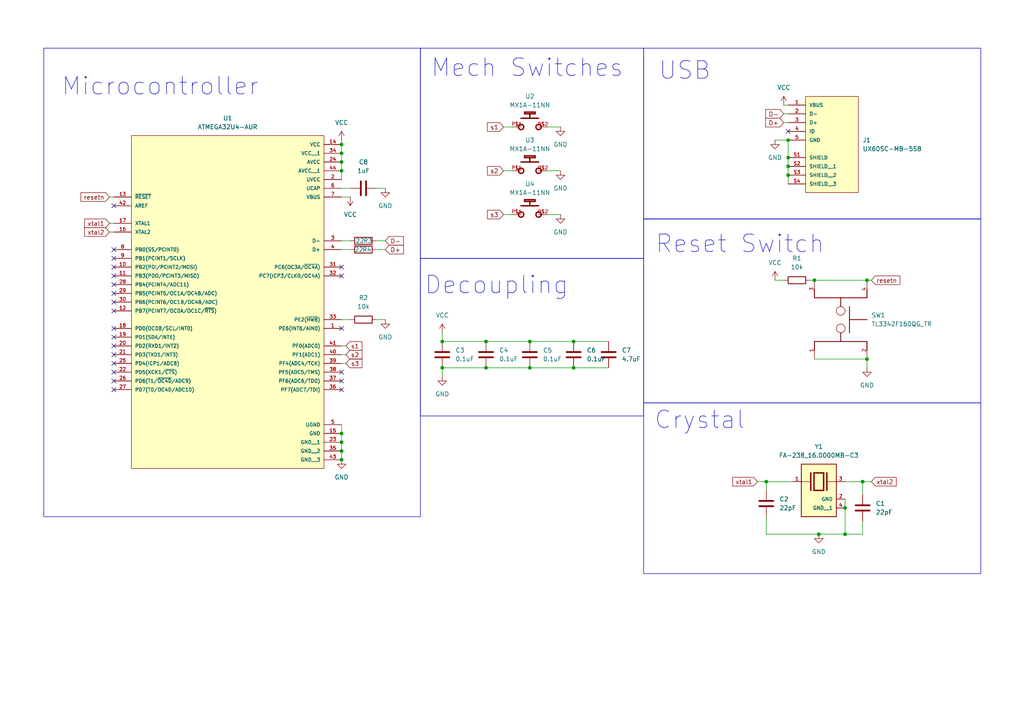
<source format=kicad_sch>
(kicad_sch (version 20231120) (generator "eeschema") (generator_version "8.0")
  (paper "A4")
  (lib_symbols
    (symbol "ATMEGA32U4-AUR:ATMEGA32U4-AUR" (pin_names (offset 1.016))
      (property "Reference" "U" (at -27.94 41.402 0))
      (property "Value" "ATMEGA32U4-AUR" (at -27.94 -58.42 0))
      (symbol "ATMEGA32U4-AUR_0_0"
        (rectangle (start -27.94 -55.88) (end 27.94 40.64) (stroke (width 0.1524)) (fill (type background)))
        (pin bidirectional line (at 33.02 -15.24 180) (length 5.08) (name "PE6(INT6/AIN0)") (number "1"))
        (pin bidirectional line (at -33.02 2.54 0) (length 5.08) (name "PB2(PDI/PCINT2/MOSI)") (number "10"))
        (pin bidirectional line (at -33.02 0 0) (length 5.08) (name "PB3(PDO/PCINT3/MISO)") (number "11"))
        (pin bidirectional line (at -33.02 -10.16 0) (length 5.08) (name "PB7(PCINT7/OC0A/OC1C/~{RTS})") (number "12"))
        (pin input line (at -33.02 22.86 0) (length 5.08) (name "~{RESET}") (number "13"))
        (pin power_in line (at 33.02 38.1 180) (length 5.08) (name "VCC") (number "14"))
        (pin power_in line (at 33.02 -45.72 180) (length 5.08) (name "GND") (number "15"))
        (pin output line (at -33.02 12.7 0) (length 5.08) (name "XTAL2") (number "16"))
        (pin input line (at -33.02 15.24 0) (length 5.08) (name "XTAL1") (number "17"))
        (pin bidirectional line (at -33.02 -15.24 0) (length 5.08) (name "PD0(OC0B/SCL/INT0)") (number "18"))
        (pin bidirectional line (at -33.02 -17.78 0) (length 5.08) (name "PD1(SDA/INT1)") (number "19"))
        (pin power_in line (at 33.02 27.94 180) (length 5.08) (name "UVCC") (number "2"))
        (pin bidirectional line (at -33.02 -20.32 0) (length 5.08) (name "PD2(RXD1/INT2)") (number "20"))
        (pin bidirectional line (at -33.02 -22.86 0) (length 5.08) (name "PD3(TXD1/INT3)") (number "21"))
        (pin bidirectional line (at -33.02 -27.94 0) (length 5.08) (name "PD5(XCK1/~{CTS})") (number "22"))
        (pin power_in line (at 33.02 -48.26 180) (length 5.08) (name "GND__1") (number "23"))
        (pin power_in line (at 33.02 33.02 180) (length 5.08) (name "AVCC") (number "24"))
        (pin bidirectional line (at -33.02 -25.4 0) (length 5.08) (name "PD4(ICP1/ADC8)") (number "25"))
        (pin bidirectional line (at -33.02 -30.48 0) (length 5.08) (name "PD6(T1/~{OC4D}/ADC9)") (number "26"))
        (pin bidirectional line (at -33.02 -33.02 0) (length 5.08) (name "PD7(T0/OC4D/ADC10)") (number "27"))
        (pin bidirectional line (at -33.02 -2.54 0) (length 5.08) (name "PB4(PCINT4/ADC11)") (number "28"))
        (pin bidirectional line (at -33.02 -5.08 0) (length 5.08) (name "PB5(PCINT5/OC1A/OC4B/ADC)") (number "29"))
        (pin bidirectional line (at 33.02 10.16 180) (length 5.08) (name "D-") (number "3"))
        (pin bidirectional line (at -33.02 -7.62 0) (length 5.08) (name "PB6(PCINT6/OC1B/OC4B/ADC)") (number "30"))
        (pin bidirectional line (at 33.02 2.54 180) (length 5.08) (name "PC6(OC3A/~{OC4A})") (number "31"))
        (pin bidirectional line (at 33.02 0 180) (length 5.08) (name "PC7(ICP3/CLK0/OC4A)") (number "32"))
        (pin bidirectional line (at 33.02 -12.7 180) (length 5.08) (name "PE2(~{HWB})") (number "33"))
        (pin power_in line (at 33.02 35.56 180) (length 5.08) (name "VCC__1") (number "34"))
        (pin power_in line (at 33.02 -50.8 180) (length 5.08) (name "GND__2") (number "35"))
        (pin bidirectional line (at 33.02 -33.02 180) (length 5.08) (name "PF7(ADC7/TDI)") (number "36"))
        (pin bidirectional line (at 33.02 -30.48 180) (length 5.08) (name "PF6(ADC6/TDO)") (number "37"))
        (pin bidirectional line (at 33.02 -27.94 180) (length 5.08) (name "PF5(ADC5/TMS)") (number "38"))
        (pin bidirectional line (at 33.02 -25.4 180) (length 5.08) (name "PF4(ADC4/TCK)") (number "39"))
        (pin bidirectional line (at 33.02 7.62 180) (length 5.08) (name "D+") (number "4"))
        (pin bidirectional line (at 33.02 -22.86 180) (length 5.08) (name "PF1(ADC1)") (number "40"))
        (pin bidirectional line (at 33.02 -20.32 180) (length 5.08) (name "PF0(ADC0)") (number "41"))
        (pin input line (at -33.02 20.32 0) (length 5.08) (name "AREF") (number "42"))
        (pin power_in line (at 33.02 -53.34 180) (length 5.08) (name "GND__3") (number "43"))
        (pin power_in line (at 33.02 30.48 180) (length 5.08) (name "AVCC__1") (number "44"))
        (pin power_in line (at 33.02 -43.18 180) (length 5.08) (name "UGND") (number "5"))
        (pin power_in line (at 33.02 25.4 180) (length 5.08) (name "UCAP") (number "6"))
        (pin power_in line (at 33.02 22.86 180) (length 5.08) (name "VBUS") (number "7"))
        (pin bidirectional line (at -33.02 7.62 0) (length 5.08) (name "PB0(SS/PCINT0)") (number "8"))
        (pin bidirectional line (at -33.02 5.08 0) (length 5.08) (name "PB1(PCINT1/SCLK)") (number "9"))
      )
    )
    (symbol "Device:C" (pin_numbers hide) (pin_names (offset 0.254))
      (property "Reference" "C" (at 0.635 2.54 0))
      (property "Value" "C" (at 0.635 -2.54 0))
      (symbol "C_0_1"
        (polyline (pts (xy -2.032 -0.762) (xy 2.032 -0.762)) (stroke (width 0.508)))
        (polyline (pts (xy -2.032 0.762) (xy 2.032 0.762)) (stroke (width 0.508)))
      )
      (symbol "C_1_1"
        (pin passive line (at 0 3.81 270) (length 2.794) (name "~") (number "1"))
        (pin passive line (at 0 -3.81 90) (length 2.794) (name "~") (number "2"))
      )
    )
    (symbol "Device:R" (pin_numbers hide) (pin_names (offset 0))
      (property "Reference" "R" (at 2.032 0 90))
      (property "Value" "R" (at 0 0 90))
      (symbol "R_0_1"
        (rectangle (start -1.016 -2.54) (end 1.016 2.54) (stroke (width 0.254)))
      )
      (symbol "R_1_1"
        (pin passive line (at 0 3.81 270) (length 1.27) (name "~") (number "1"))
        (pin passive line (at 0 -3.81 90) (length 1.27) (name "~") (number "2"))
      )
    )
    (symbol "FA-238_16.0000MB-C3:FA-238_16.0000MB-C3" (pin_names (offset 1.016))
      (property "Reference" "Y" (at -5.0878 6.3559 0))
      (property "Value" "FA-238_16.0000MB-C3" (at -5.0944 -12.7 0))
      (symbol "FA-238_16.0000MB-C3_0_0"
        (rectangle (start -5.08 -10.16) (end 5.08 5.08) (stroke (width 0.254)) (fill (type background)))
        (polyline (pts (xy -5.08 0) (xy -2.54 0)) (stroke (width 0.1524)))
        (polyline (pts (xy -2.3368 2.54) (xy -2.3368 -2.54)) (stroke (width 0.4064)))
        (polyline (pts (xy -1.397 2.54) (xy -1.397 -2.54)) (stroke (width 0.4064)))
        (polyline (pts (xy -1.397 2.54) (xy 1.397 2.54)) (stroke (width 0.4064)))
        (polyline (pts (xy 1.397 -2.54) (xy -1.397 -2.54)) (stroke (width 0.4064)))
        (polyline (pts (xy 1.397 2.54) (xy 1.397 -2.54)) (stroke (width 0.4064)))
        (polyline (pts (xy 2.3368 2.54) (xy 2.3368 -2.54)) (stroke (width 0.4064)))
        (polyline (pts (xy 2.54 0) (xy 5.08 0)) (stroke (width 0.1524)))
        (pin passive line (at -7.62 0 0) (length 2.54) (name "~") (number "1"))
        (pin power_in line (at 7.62 -5.08 180) (length 2.54) (name "GND") (number "2"))
        (pin passive line (at 7.62 0 180) (length 2.54) (name "~") (number "3"))
        (pin power_in line (at 7.62 -7.62 180) (length 2.54) (name "GND__1") (number "4"))
      )
    )
    (symbol "MX1A-11NN:MX1A-11NN" (pin_names (offset 1.016))
      (property "Reference" "U" (at -4.445 -3.81 0))
      (property "Value" "MX1A-11NN" (at 0 0 0))
      (symbol "MX1A-11NN_0_0"
        (circle (center -2.54 0) (radius 0.762) (stroke (width 0.4064)))
        (polyline (pts (xy -2.54 2.54) (xy 0 2.54)) (stroke (width 0.4064)))
        (polyline (pts (xy -1.524 3.81) (xy -1.524 4.318)) (stroke (width 0.4064)))
        (polyline (pts (xy -1.524 4.318) (xy 1.524 4.318)) (stroke (width 0.4064)))
        (polyline (pts (xy 0 2.54) (xy 0 3.81)) (stroke (width 0.4064)))
        (polyline (pts (xy 0 3.81) (xy -1.524 3.81)) (stroke (width 0.4064)))
        (polyline (pts (xy 1.524 3.81) (xy 0.254 3.81)) (stroke (width 0.4064)))
        (polyline (pts (xy 1.524 4.318) (xy 1.524 3.81)) (stroke (width 0.4064)))
        (polyline (pts (xy 2.54 2.54) (xy 0 2.54)) (stroke (width 0.4064)))
        (circle (center 2.54 0) (radius 0.762) (stroke (width 0.4064)))
        (pin passive line (at -5.08 0 0) (length 2.54) (name "~") (number "P$1"))
        (pin passive line (at 5.08 0 180) (length 2.54) (name "~") (number "P$2"))
      )
    )
    (symbol "TL3342F160QG_TR:TL3342F160QG_TR" (pin_names (offset 1.016))
      (property "Reference" "SW" (at -12.7292 16.5481 0))
      (property "Value" "TL3342F160QG_TR" (at -12.7326 -17.8256 0))
      (symbol "TL3342F160QG_TR_0_0"
        (circle (center 0 -2.54) (radius 1.27))
        (polyline (pts (xy -7.62 -6.35) (xy -7.62 -8.89)) (stroke (width 0.254)))
        (polyline (pts (xy -7.62 6.35) (xy -7.62 8.89)) (stroke (width 0.254)))
        (polyline (pts (xy 0 -6.35) (xy -7.62 -6.35)) (stroke (width 0.254)))
        (polyline (pts (xy 0 -6.35) (xy 7.62 -6.35)) (stroke (width 0.254)))
        (polyline (pts (xy 0 -3.81) (xy 0 -6.35)) (stroke (width 0.254)))
        (polyline (pts (xy 0 6.35) (xy -7.62 6.35)) (stroke (width 0.254)))
        (polyline (pts (xy 0 6.35) (xy 0 3.81)) (stroke (width 0.254)))
        (polyline (pts (xy 0 6.35) (xy 7.62 6.35)) (stroke (width 0.254)))
        (polyline (pts (xy 2.54 0) (xy 2.54 -3.81)) (stroke (width 0.254)))
        (polyline (pts (xy 2.54 0) (xy 7.62 0)) (stroke (width 0.254)))
        (polyline (pts (xy 2.54 3.81) (xy 2.54 0)) (stroke (width 0.254)))
        (polyline (pts (xy 7.62 -6.35) (xy 7.62 -8.89)) (stroke (width 0.254)))
        (polyline (pts (xy 7.62 6.35) (xy 7.62 8.89)) (stroke (width 0.254)))
        (circle (center 0 2.54) (radius 1.27))
        (pin passive line (at -7.62 -11.43 90) (length 5.08) (name "~") (number "1"))
        (pin passive line (at 7.62 -11.43 90) (length 5.08) (name "~") (number "2"))
        (pin passive line (at -7.62 11.43 270) (length 5.08) (name "~") (number "3"))
        (pin passive line (at 7.62 11.43 270) (length 5.08) (name "~") (number "4"))
      )
    )
    (symbol "UX60SC-MB-5S8:UX60SC-MB-5S8" (pin_names (offset 1.016))
      (property "Reference" "J" (at -7.62 12.7 0))
      (property "Value" "UX60SC-MB-5S8" (at -7.62 -22.86 0))
      (symbol "UX60SC-MB-5S8_0_0"
        (rectangle (start -7.62 -17.78) (end 7.62 10.16) (stroke (width 0.1524)) (fill (type background)))
        (pin power_in line (at -12.7 7.62 0) (length 5.08) (name "VBUS") (number "1"))
        (pin bidirectional line (at -12.7 5.08 0) (length 5.08) (name "D-") (number "2"))
        (pin bidirectional line (at -12.7 2.54 0) (length 5.08) (name "D+") (number "3"))
        (pin bidirectional line (at -12.7 0 0) (length 5.08) (name "ID") (number "4"))
        (pin power_in line (at -12.7 -2.54 0) (length 5.08) (name "GND") (number "5"))
        (pin power_in line (at -12.7 -7.62 0) (length 5.08) (name "SHIELD") (number "S1"))
        (pin power_in line (at -12.7 -10.16 0) (length 5.08) (name "SHIELD__1") (number "S2"))
        (pin power_in line (at -12.7 -12.7 0) (length 5.08) (name "SHIELD__2") (number "S3"))
        (pin power_in line (at -12.7 -15.24 0) (length 5.08) (name "SHIELD__3") (number "S4"))
      )
    )
    (symbol "power:GND" (power) (pin_numbers hide) (pin_names (offset 0) hide)
      (property "Value" "GND" (at 0 -3.81 0))
      (symbol "GND_0_1"
        (polyline (pts (xy 0 0) (xy 0 -1.27) (xy 1.27 -1.27) (xy 0 -2.54) (xy -1.27 -1.27) (xy 0 -1.27)))
      )
      (symbol "GND_1_1"
        (pin power_in line (at 0 0 270) (length 0) (name "~") (number "1"))
      )
    )
    (symbol "power:VCC" (power) (pin_numbers hide) (pin_names (offset 0) hide)
      (property "Value" "VCC" (at 0 3.556 0))
      (symbol "VCC_0_1"
        (polyline (pts (xy -0.762 1.27) (xy 0 2.54)))
        (polyline (pts (xy 0 0) (xy 0 2.54)))
        (polyline (pts (xy 0 2.54) (xy 0.762 1.27)))
      )
      (symbol "VCC_1_1"
        (pin power_in line (at 0 0 90) (length 0) (name "~") (number "1"))
      )
    )
  )
  (junction (at 140.97 99.06))
  (junction (at 251.46 104.14))
  (junction (at 128.27 106.68))
  (junction (at 251.46 81.28))
  (junction (at 99.06 49.53))
  (junction (at 228.6 45.72))
  (junction (at 153.67 106.68))
  (junction (at 99.06 41.91))
  (junction (at 237.49 154.94))
  (junction (at 166.37 99.06))
  (junction (at 250.19 139.7))
  (junction (at 228.6 50.8))
  (junction (at 153.67 99.06))
  (junction (at 222.25 139.7))
  (junction (at 236.22 81.28))
  (junction (at 228.6 48.26))
  (junction (at 228.6 40.64))
  (junction (at 99.06 133.35))
  (junction (at 99.06 125.73))
  (junction (at 99.06 128.27))
  (junction (at 128.27 99.06))
  (junction (at 99.06 46.99))
  (junction (at 245.11 147.32))
  (junction (at 166.37 106.68))
  (junction (at 245.11 154.94))
  (junction (at 99.06 44.45))
  (junction (at 140.97 106.68))
  (junction (at 99.06 130.81))
  (no_connect (at 33.02 102.87))
  (no_connect (at 33.02 77.47))
  (no_connect (at 33.02 97.79))
  (no_connect (at 33.02 85.09))
  (no_connect (at 99.06 80.01))
  (no_connect (at 33.02 113.03))
  (no_connect (at 33.02 74.93))
  (no_connect (at 33.02 110.49))
  (no_connect (at 99.06 77.47))
  (no_connect (at 33.02 72.39))
  (no_connect (at 33.02 107.95))
  (no_connect (at 33.02 82.55))
  (no_connect (at 33.02 59.69))
  (no_connect (at 33.02 105.41))
  (no_connect (at 99.06 95.25))
  (no_connect (at 33.02 100.33))
  (no_connect (at 99.06 113.03))
  (no_connect (at 99.06 107.95))
  (no_connect (at 33.02 95.25))
  (no_connect (at 33.02 80.01))
  (no_connect (at 33.02 87.63))
  (no_connect (at 228.6 38.1))
  (no_connect (at 99.06 110.49))
  (no_connect (at 33.02 90.17))
  (wire (pts (xy 99.06 54.61) (xy 101.6 54.61)))
  (wire (pts (xy 99.06 41.91) (xy 99.06 44.45)))
  (wire (pts (xy 31.75 67.31) (xy 33.02 67.31)))
  (wire (pts (xy 109.22 54.61) (xy 111.76 54.61)))
  (wire (pts (xy 222.25 139.7) (xy 229.87 139.7)))
  (wire (pts (xy 224.79 40.64) (xy 228.6 40.64)))
  (wire (pts (xy 99.06 72.39) (xy 101.6 72.39)))
  (wire (pts (xy 236.22 104.14) (xy 251.46 104.14)))
  (wire (pts (xy 99.06 125.73) (xy 99.06 128.27)))
  (wire (pts (xy 250.19 154.94) (xy 245.11 154.94)))
  (wire (pts (xy 140.97 106.68) (xy 153.67 106.68)))
  (wire (pts (xy 158.75 36.83) (xy 162.56 36.83)))
  (wire (pts (xy 99.06 57.15) (xy 101.6 57.15)))
  (wire (pts (xy 99.06 100.33) (xy 100.33 100.33)))
  (wire (pts (xy 250.19 151.13) (xy 250.19 154.94)))
  (wire (pts (xy 228.6 50.8) (xy 228.6 53.34)))
  (wire (pts (xy 99.06 130.81) (xy 99.06 133.35)))
  (wire (pts (xy 31.75 64.77) (xy 33.02 64.77)))
  (wire (pts (xy 222.25 154.94) (xy 237.49 154.94)))
  (wire (pts (xy 146.05 49.53) (xy 148.59 49.53)))
  (wire (pts (xy 99.06 128.27) (xy 99.06 130.81)))
  (wire (pts (xy 227.33 30.48) (xy 228.6 30.48)))
  (wire (pts (xy 228.6 48.26) (xy 228.6 50.8)))
  (wire (pts (xy 99.06 46.99) (xy 99.06 49.53)))
  (wire (pts (xy 140.97 99.06) (xy 153.67 99.06)))
  (wire (pts (xy 128.27 106.68) (xy 140.97 106.68)))
  (wire (pts (xy 99.06 92.71) (xy 101.6 92.71)))
  (wire (pts (xy 251.46 104.14) (xy 251.46 106.68)))
  (wire (pts (xy 128.27 106.68) (xy 128.27 109.22)))
  (wire (pts (xy 153.67 99.06) (xy 166.37 99.06)))
  (wire (pts (xy 153.67 106.68) (xy 166.37 106.68)))
  (wire (pts (xy 146.05 62.23) (xy 148.59 62.23)))
  (wire (pts (xy 99.06 123.19) (xy 99.06 125.73)))
  (wire (pts (xy 109.22 69.85) (xy 111.76 69.85)))
  (wire (pts (xy 222.25 139.7) (xy 222.25 142.24)))
  (wire (pts (xy 109.22 92.71) (xy 111.76 92.71)))
  (wire (pts (xy 158.75 62.23) (xy 162.56 62.23)))
  (wire (pts (xy 245.11 154.94) (xy 245.11 147.32)))
  (wire (pts (xy 128.27 99.06) (xy 140.97 99.06)))
  (wire (pts (xy 228.6 45.72) (xy 228.6 48.26)))
  (wire (pts (xy 99.06 69.85) (xy 101.6 69.85)))
  (wire (pts (xy 228.6 40.64) (xy 228.6 45.72)))
  (wire (pts (xy 234.95 81.28) (xy 236.22 81.28)))
  (wire (pts (xy 99.06 44.45) (xy 99.06 46.99)))
  (wire (pts (xy 99.06 49.53) (xy 99.06 52.07)))
  (wire (pts (xy 219.71 139.7) (xy 222.25 139.7)))
  (wire (pts (xy 166.37 106.68) (xy 176.53 106.68)))
  (wire (pts (xy 250.19 139.7) (xy 252.73 139.7)))
  (wire (pts (xy 109.22 72.39) (xy 111.76 72.39)))
  (wire (pts (xy 227.33 35.56) (xy 228.6 35.56)))
  (wire (pts (xy 166.37 99.06) (xy 176.53 99.06)))
  (wire (pts (xy 99.06 105.41) (xy 100.33 105.41)))
  (wire (pts (xy 158.75 49.53) (xy 162.56 49.53)))
  (wire (pts (xy 31.75 57.15) (xy 33.02 57.15)))
  (wire (pts (xy 146.05 36.83) (xy 148.59 36.83)))
  (wire (pts (xy 251.46 81.28) (xy 252.73 81.28)))
  (wire (pts (xy 250.19 139.7) (xy 250.19 143.51)))
  (wire (pts (xy 245.11 144.78) (xy 245.11 147.32)))
  (wire (pts (xy 236.22 81.28) (xy 251.46 81.28)))
  (wire (pts (xy 245.11 139.7) (xy 250.19 139.7)))
  (wire (pts (xy 237.49 154.94) (xy 245.11 154.94)))
  (wire (pts (xy 224.79 81.28) (xy 227.33 81.28)))
  (wire (pts (xy 99.06 40.64) (xy 99.06 41.91)))
  (wire (pts (xy 227.33 33.02) (xy 228.6 33.02)))
  (wire (pts (xy 128.27 96.52) (xy 128.27 99.06)))
  (wire (pts (xy 99.06 102.87) (xy 100.33 102.87)))
  (wire (pts (xy 222.25 149.86) (xy 222.25 154.94)))
  (rectangle (start 121.92 74.93) (end 186.69 120.65))
  (rectangle (start 121.92 13.97) (end 186.69 74.93))
  (rectangle (start 186.69 116.84) (end 284.48 166.37))
  (rectangle (start 186.69 13.97) (end 284.48 63.5))
  (rectangle (start 186.69 63.5) (end 284.48 116.84))
  (rectangle (start 12.7 13.97) (end 121.92 149.86))
  (text "Microcontroller\n" (at 46.482 25.146 0) (effects (font (size 5.08 5.08))))
  (text "Crystal" (at 202.946 121.92 0) (effects (font (size 5.08 5.08))))
  (text "Decoupling\n" (at 144.018 82.804 0) (effects (font (size 5.08 5.08))))
  (text "USB\n" (at 198.628 20.574 0) (effects (font (size 5.08 5.08))))
  (text "Reset Switch\n" (at 214.63 70.866 0) (effects (font (size 5.08 5.08))))
  (text "Mech Switches\n\n" (at 152.908 23.876 0) (effects (font (size 5.08 5.08))))
  (global_label "xtal1" (shape input) (at 31.75 64.77 180) (property "Intersheetrefs" "${INTERSHEET_REFS}" (effects (hide yes))))
  (global_label "D+" (shape input) (at 111.76 72.39 0) (property "Intersheetrefs" "${INTERSHEET_REFS}" (effects (hide yes))))
  (global_label "xtal2" (shape input) (at 31.75 67.31 180) (property "Intersheetrefs" "${INTERSHEET_REFS}" (effects (hide yes))))
  (global_label "s2" (shape input) (at 100.33 102.87 0) (property "Intersheetrefs" "${INTERSHEET_REFS}" (effects (hide yes))))
  (global_label "xtal1" (shape input) (at 219.71 139.7 180) (property "Intersheetrefs" "${INTERSHEET_REFS}" (effects (hide yes))))
  (global_label "D-" (shape input) (at 111.76 69.85 0) (property "Intersheetrefs" "${INTERSHEET_REFS}" (effects (hide yes))))
  (global_label "s2" (shape input) (at 146.05 49.53 180) (property "Intersheetrefs" "${INTERSHEET_REFS}" (effects (hide yes))))
  (global_label "resetn" (shape input) (at 31.75 57.15 180) (property "Intersheetrefs" "${INTERSHEET_REFS}" (effects (hide yes))))
  (global_label "D-" (shape input) (at 227.33 33.02 180) (property "Intersheetrefs" "${INTERSHEET_REFS}" (effects (hide yes))))
  (global_label "D+" (shape input) (at 227.33 35.56 180) (property "Intersheetrefs" "${INTERSHEET_REFS}" (effects (hide yes))))
  (global_label "s1" (shape input) (at 146.05 36.83 180) (property "Intersheetrefs" "${INTERSHEET_REFS}" (effects (hide yes))))
  (global_label "xtal2" (shape input) (at 252.73 139.7 0) (property "Intersheetrefs" "${INTERSHEET_REFS}" (effects (hide yes))))
  (global_label "s3" (shape input) (at 146.05 62.23 180) (property "Intersheetrefs" "${INTERSHEET_REFS}" (effects (hide yes))))
  (global_label "s3" (shape input) (at 100.33 105.41 0) (property "Intersheetrefs" "${INTERSHEET_REFS}" (effects (hide yes))))
  (global_label "resetn" (shape input) (at 252.73 81.28 0) (property "Intersheetrefs" "${INTERSHEET_REFS}" (effects (hide yes))))
  (global_label "s1" (shape input) (at 100.33 100.33 0) (property "Intersheetrefs" "${INTERSHEET_REFS}" (effects (hide yes))))
  (symbol (lib_id "MX1A-11NN:MX1A-11NN") (at 153.67 36.83 0) (unit 1)
    (property "Reference" "U2" (at 153.67 27.94 0))
    (property "Value" "MX1A-11NN" (at 153.67 30.48 0))
    (property "Footprint" "MX1A-11NN:CHERRY_MX1A-11NN_SWITCH" (effects (hide yes)))
    (property "MF" "Cherry" (effects (hide yes)))
    (property "Description_1" "\nSwitch,Key,SPST-NO,Keyboard,Low Profile,10mA,12VDC,Face Place Mount,Std Force | Cherry Americas MX1A-11NN\n" (effects (hide yes)))
    (property "Package" "None" (effects (hide yes)))
    (property "Price" "None" (effects (hide yes)))
    (property "SnapEDA_Link" "https://www.snapeda.com/parts/MX1A-11NN/Cherry/view-part/?ref=snap" (effects (hide yes)))
    (property "MP" "MX1A-11NN" (effects (hide yes)))
    (property "Purchase-URL" "https://www.snapeda.com/api/url_track_click_mouser/?unipart_id=283337&manufacturer=Cherry&part_name=MX1A-11NN&search_term=mx1a-11nn" (effects (hide yes)))
    (property "Availability" "In Stock" (effects (hide yes)))
    (property "Check_prices" "https://www.snapeda.com/parts/MX1A-11NN/Cherry/view-part/?ref=eda" (effects (hide yes)))
  )
  (symbol (lib_id "Device:C") (at 140.97 102.87 0) (unit 1)
    (property "Reference" "C4" (at 144.78 101.5999 0) (effects (justify left)))
    (property "Value" "0.1uF" (at 144.78 104.1399 0) (effects (justify left)))
    (property "Footprint" "Capacitor_SMD:C_0805_2012Metric_Pad1.18x1.45mm_HandSolder" (effects (hide yes)))
    (property "Description" "Unpolarized capacitor" (effects (hide yes)))
  )
  (symbol (lib_id "MX1A-11NN:MX1A-11NN") (at 153.67 62.23 0) (unit 1)
    (property "Reference" "U4" (at 153.67 53.34 0))
    (property "Value" "MX1A-11NN" (at 153.67 55.88 0))
    (property "Footprint" "MX1A-11NN:CHERRY_MX1A-11NN_SWITCH" (effects (hide yes)))
    (property "MF" "Cherry" (effects (hide yes)))
    (property "Description_1" "\nSwitch,Key,SPST-NO,Keyboard,Low Profile,10mA,12VDC,Face Place Mount,Std Force | Cherry Americas MX1A-11NN\n" (effects (hide yes)))
    (property "Package" "None" (effects (hide yes)))
    (property "Price" "None" (effects (hide yes)))
    (property "SnapEDA_Link" "https://www.snapeda.com/parts/MX1A-11NN/Cherry/view-part/?ref=snap" (effects (hide yes)))
    (property "MP" "MX1A-11NN" (effects (hide yes)))
    (property "Purchase-URL" "https://www.snapeda.com/api/url_track_click_mouser/?unipart_id=283337&manufacturer=Cherry&part_name=MX1A-11NN&search_term=mx1a-11nn" (effects (hide yes)))
    (property "Availability" "In Stock" (effects (hide yes)))
    (property "Check_prices" "https://www.snapeda.com/parts/MX1A-11NN/Cherry/view-part/?ref=eda" (effects (hide yes)))
  )
  (symbol (lib_id "Device:C") (at 176.53 102.87 0) (unit 1)
    (property "Reference" "C7" (at 180.34 101.5999 0) (effects (justify left)))
    (property "Value" "4.7uF" (at 180.34 104.1399 0) (effects (justify left)))
    (property "Footprint" "Capacitor_SMD:C_0805_2012Metric_Pad1.18x1.45mm_HandSolder" (effects (hide yes)))
    (property "Description" "Unpolarized capacitor" (effects (hide yes)))
  )
  (symbol (lib_id "power:VCC") (at 101.6 57.15 180) (unit 1)
    (property "Reference" "#PWR011" (effects (hide yes)))
    (property "Value" "VCC" (at 101.6 62.23 0))
    (property "Description" "Power symbol creates a global label with name \"VCC\"" (effects (hide yes)))
  )
  (symbol (lib_id "power:VCC") (at 128.27 96.52 0) (unit 1)
    (property "Reference" "#PWR04" (effects (hide yes)))
    (property "Value" "VCC" (at 128.27 91.44 0))
    (property "Description" "Power symbol creates a global label with name \"VCC\"" (effects (hide yes)))
  )
  (symbol (lib_id "ATMEGA32U4-AUR:ATMEGA32U4-AUR") (at 66.04 80.01 0) (unit 1)
    (property "Reference" "U1" (at 66.04 34.29 0))
    (property "Value" "ATMEGA32U4-AUR" (at 66.04 36.83 0))
    (property "Footprint" "ATMEGA32U4-AUR:QFP80P1200X1200X120-44N" (effects (hide yes)))
    (property "E1_MIN" "9.9" (effects (hide yes)))
    (property "B_NOM" "0.375" (effects (hide yes)))
    (property "D1_NOM" "10.0" (effects (hide yes)))
    (property "E1_NOM" "10.0" (effects (hide yes)))
    (property "Check_prices" "https://www.snapeda.com/parts/ATMEGA32U4-AUR/Microchip/view-part/?ref=eda" (effects (hide yes)))
    (property "B_MAX" "0.45" (effects (hide yes)))
    (property "Description_1" "\n                        \n                            AVR AVR® ATmega Microcontroller IC 8-Bit 16MHz 32KB (16K x 16) FLASH 44-TQFP (10x10)\n                        \n" (effects (hide yes)))
    (property "Price" "None" (effects (hide yes)))
    (property "ENOM" "0.8" (effects (hide yes)))
    (property "D_NOM" "12.0" (effects (hide yes)))
    (property "D_MAX" "12.25" (effects (hide yes)))
    (property "L_MAX" "0.75" (effects (hide yes)))
    (property "A_MAX" "1.2" (effects (hide yes)))
    (property "D1_MAX" "10.1" (effects (hide yes)))
    (property "Package" "TQFP-44 Microchip" (effects (hide yes)))
    (property "D1_MIN" "9.9" (effects (hide yes)))
    (property "E2_NOM" "0.0" (effects (hide yes)))
    (property "D2_NOM" "0.0" (effects (hide yes)))
    (property "SnapEDA_Link" "https://www.snapeda.com/parts/ATMEGA32U4-AUR/Microchip/view-part/?ref=snap" (effects (hide yes)))
    (property "E_NOM" "12.0" (effects (hide yes)))
    (property "B_MIN" "0.3" (effects (hide yes)))
    (property "STANDARD" "IPC 7351B" (effects (hide yes)))
    (property "L_NOM" "0.6" (effects (hide yes)))
    (property "MANUFACTURER" "Microchip" (effects (hide yes)))
    (property "MF" "Microchip" (effects (hide yes)))
    (property "A1_MIN" "0.05" (effects (hide yes)))
    (property "E1_MAX" "10.1" (effects (hide yes)))
    (property "PIN_COUNT_E" "11.0" (effects (hide yes)))
    (property "PIN_COUNT_D" "11.0" (effects (hide yes)))
    (property "E_MIN" "11.75" (effects (hide yes)))
    (property "D_MIN" "11.75" (effects (hide yes)))
    (property "MP" "ATMEGA32U4-AUR" (effects (hide yes)))
    (property "L_MIN" "0.45" (effects (hide yes)))
    (property "Availability" "In Stock" (effects (hide yes)))
    (property "E_MAX" "12.25" (effects (hide yes)))
  )
  (symbol (lib_id "Device:R") (at 105.41 72.39 270) (unit 1)
    (property "Reference" "R4" (at 106.426 72.39 90))
    (property "Value" "22" (at 104.14 72.39 90))
    (property "Footprint" "Resistor_SMD:R_0805_2012Metric_Pad1.20x1.40mm_HandSolder" (effects (hide yes)))
    (property "Description" "Resistor" (effects (hide yes)))
  )
  (symbol (lib_id "power:GND") (at 128.27 109.22 0) (unit 1)
    (property "Reference" "#PWR05" (effects (hide yes)))
    (property "Value" "GND" (at 128.27 114.3 0))
    (property "Description" "Power symbol creates a global label with name \"GND\" , ground" (effects (hide yes)))
  )
  (symbol (lib_id "power:GND") (at 162.56 49.53 0) (unit 1)
    (property "Reference" "#PWR014" (effects (hide yes)))
    (property "Value" "GND" (at 162.56 54.61 0))
    (property "Description" "Power symbol creates a global label with name \"GND\" , ground" (effects (hide yes)))
  )
  (symbol (lib_id "MX1A-11NN:MX1A-11NN") (at 153.67 49.53 0) (unit 1)
    (property "Reference" "U3" (at 153.67 40.64 0))
    (property "Value" "MX1A-11NN" (at 153.67 43.18 0))
    (property "Footprint" "MX1A-11NN:CHERRY_MX1A-11NN_SWITCH" (effects (hide yes)))
    (property "MF" "Cherry" (effects (hide yes)))
    (property "Description_1" "\nSwitch,Key,SPST-NO,Keyboard,Low Profile,10mA,12VDC,Face Place Mount,Std Force | Cherry Americas MX1A-11NN\n" (effects (hide yes)))
    (property "Package" "None" (effects (hide yes)))
    (property "Price" "None" (effects (hide yes)))
    (property "SnapEDA_Link" "https://www.snapeda.com/parts/MX1A-11NN/Cherry/view-part/?ref=snap" (effects (hide yes)))
    (property "MP" "MX1A-11NN" (effects (hide yes)))
    (property "Purchase-URL" "https://www.snapeda.com/api/url_track_click_mouser/?unipart_id=283337&manufacturer=Cherry&part_name=MX1A-11NN&search_term=mx1a-11nn" (effects (hide yes)))
    (property "Availability" "In Stock" (effects (hide yes)))
    (property "Check_prices" "https://www.snapeda.com/parts/MX1A-11NN/Cherry/view-part/?ref=eda" (effects (hide yes)))
  )
  (symbol (lib_id "power:VCC") (at 227.33 30.48 0) (unit 1)
    (property "Reference" "#PWR012" (effects (hide yes)))
    (property "Value" "VCC" (at 227.33 25.4 0))
    (property "Description" "Power symbol creates a global label with name \"VCC\"" (effects (hide yes)))
  )
  (symbol (lib_id "power:GND") (at 162.56 62.23 0) (unit 1)
    (property "Reference" "#PWR015" (effects (hide yes)))
    (property "Value" "GND" (at 162.56 67.31 0))
    (property "Description" "Power symbol creates a global label with name \"GND\" , ground" (effects (hide yes)))
  )
  (symbol (lib_id "power:GND") (at 111.76 54.61 0) (unit 1)
    (property "Reference" "#PWR010" (effects (hide yes)))
    (property "Value" "GND" (at 111.76 59.69 0))
    (property "Description" "Power symbol creates a global label with name \"GND\" , ground" (effects (hide yes)))
  )
  (symbol (lib_id "Device:C") (at 153.67 102.87 0) (unit 1)
    (property "Reference" "C5" (at 157.48 101.5999 0) (effects (justify left)))
    (property "Value" "0.1uF" (at 157.48 104.1399 0) (effects (justify left)))
    (property "Footprint" "Capacitor_SMD:C_0805_2012Metric_Pad1.18x1.45mm_HandSolder" (effects (hide yes)))
    (property "Description" "Unpolarized capacitor" (effects (hide yes)))
  )
  (symbol (lib_id "power:GND") (at 162.56 36.83 0) (unit 1)
    (property "Reference" "#PWR013" (effects (hide yes)))
    (property "Value" "GND" (at 162.56 41.91 0))
    (property "Description" "Power symbol creates a global label with name \"GND\" , ground" (effects (hide yes)))
  )
  (symbol (lib_id "Device:R") (at 105.41 69.85 90) (unit 1)
    (property "Reference" "R3" (at 106.68 69.85 90))
    (property "Value" "22" (at 104.394 69.85 90))
    (property "Footprint" "Resistor_SMD:R_0805_2012Metric_Pad1.20x1.40mm_HandSolder" (effects (hide yes)))
    (property "Description" "Resistor" (effects (hide yes)))
  )
  (symbol (lib_id "power:GND") (at 111.76 92.71 0) (unit 1)
    (property "Reference" "#PWR08" (effects (hide yes)))
    (property "Value" "GND" (at 111.76 97.79 0))
    (property "Description" "Power symbol creates a global label with name \"GND\" , ground" (effects (hide yes)))
  )
  (symbol (lib_id "power:GND") (at 99.06 133.35 0) (unit 1)
    (property "Reference" "#PWR01" (effects (hide yes)))
    (property "Value" "GND" (at 99.06 138.43 0))
    (property "Description" "Power symbol creates a global label with name \"GND\" , ground" (effects (hide yes)))
  )
  (symbol (lib_id "Device:C") (at 166.37 102.87 0) (unit 1)
    (property "Reference" "C6" (at 170.18 101.5999 0) (effects (justify left)))
    (property "Value" "0.1uF" (at 170.18 104.1399 0) (effects (justify left)))
    (property "Footprint" "Capacitor_SMD:C_0805_2012Metric_Pad1.18x1.45mm_HandSolder" (effects (hide yes)))
    (property "Description" "Unpolarized capacitor" (effects (hide yes)))
  )
  (symbol (lib_id "Device:C") (at 105.41 54.61 90) (unit 1)
    (property "Reference" "C8" (at 105.41 46.99 90))
    (property "Value" "1uF" (at 105.41 49.53 90))
    (property "Footprint" "Capacitor_SMD:C_0805_2012Metric_Pad1.18x1.45mm_HandSolder" (effects (hide yes)))
    (property "Description" "Unpolarized capacitor" (effects (hide yes)))
  )
  (symbol (lib_id "power:GND") (at 251.46 106.68 0) (unit 1)
    (property "Reference" "#PWR06" (effects (hide yes)))
    (property "Value" "GND" (at 251.46 111.76 0))
    (property "Description" "Power symbol creates a global label with name \"GND\" , ground" (effects (hide yes)))
  )
  (symbol (lib_id "Device:C") (at 250.19 147.32 0) (unit 1)
    (property "Reference" "C1" (at 254 146.0499 0) (effects (justify left)))
    (property "Value" "22pF" (at 254 148.5899 0) (effects (justify left)))
    (property "Footprint" "Capacitor_SMD:C_0805_2012Metric_Pad1.18x1.45mm_HandSolder" (effects (hide yes)))
    (property "Description" "Unpolarized capacitor" (effects (hide yes)))
  )
  (symbol (lib_id "power:GND") (at 224.79 40.64 0) (unit 1)
    (property "Reference" "#PWR02" (effects (hide yes)))
    (property "Value" "GND" (at 224.79 45.72 0))
    (property "Description" "Power symbol creates a global label with name \"GND\" , ground" (effects (hide yes)))
  )
  (symbol (lib_id "power:VCC") (at 99.06 40.64 0) (unit 1)
    (property "Reference" "#PWR09" (effects (hide yes)))
    (property "Value" "VCC" (at 99.06 35.56 0))
    (property "Description" "Power symbol creates a global label with name \"VCC\"" (effects (hide yes)))
  )
  (symbol (lib_id "power:VCC") (at 224.79 81.28 0) (unit 1)
    (property "Reference" "#PWR07" (effects (hide yes)))
    (property "Value" "VCC" (at 224.79 76.2 0))
    (property "Description" "Power symbol creates a global label with name \"VCC\"" (effects (hide yes)))
  )
  (symbol (lib_id "Device:R") (at 105.41 92.71 90) (unit 1)
    (property "Reference" "R2" (at 105.41 86.36 90))
    (property "Value" "10k" (at 105.41 88.9 90))
    (property "Footprint" "Resistor_SMD:R_0805_2012Metric_Pad1.20x1.40mm_HandSolder" (effects (hide yes)))
    (property "Description" "Resistor" (effects (hide yes)))
  )
  (symbol (lib_id "power:GND") (at 237.49 154.94 0) (unit 1)
    (property "Reference" "#PWR03" (effects (hide yes)))
    (property "Value" "GND" (at 237.49 160.02 0))
    (property "Description" "Power symbol creates a global label with name \"GND\" , ground" (effects (hide yes)))
  )
  (symbol (lib_id "FA-238_16.0000MB-C3:FA-238_16.0000MB-C3") (at 237.49 139.7 0) (unit 1)
    (property "Reference" "Y1" (at 237.49 129.54 0))
    (property "Value" "FA-238_16.0000MB-C3" (at 237.49 132.08 0))
    (property "Footprint" "FA_238_16_0000MB_C3:XTAL_FA-238_16.0000MB-C3" (effects (hide yes)))
    (property "PARTREV" "N/A" (effects (hide yes)))
    (property "STANDARD" "Manufacturer Recommendations" (effects (hide yes)))
    (property "MAXIMUM_PACKAGE_HEIGHT" "0.7 mm" (effects (hide yes)))
    (property "MANUFACTURER" "EPSON" (effects (hide yes)))
  )
  (symbol (lib_id "TL3342F160QG_TR:TL3342F160QG_TR") (at 243.84 92.71 0) (unit 1)
    (property "Reference" "SW1" (at 252.73 91.4399 0) (effects (justify left)))
    (property "Value" "TL3342F160QG_TR" (at 252.73 93.9799 0) (effects (justify left)))
    (property "Footprint" "TL3342F160QG_TR:SW_TL3342F160QG_TR" (effects (hide yes)))
    (property "MF" "E-Switch" (effects (hide yes)))
    (property "Description_1" "\n                        \n                            Tactile Switch SPST-NO Top Actuated Surface Mount\n                        \n" (effects (hide yes)))
    (property "Package" "None" (effects (hide yes)))
    (property "Price" "None" (effects (hide yes)))
    (property "Check_prices" "https://www.snapeda.com/parts/TL3342F160QG/TR/E-Switch/view-part/?ref=eda" (effects (hide yes)))
    (property "SnapEDA_Link" "https://www.snapeda.com/parts/TL3342F160QG/TR/E-Switch/view-part/?ref=snap" (effects (hide yes)))
    (property "MP" "TL3342F160QG/TR" (effects (hide yes)))
    (property "Availability" "In Stock" (effects (hide yes)))
    (property "MANUFACTURER" "E-Switch" (effects (hide yes)))
  )
  (symbol (lib_id "Device:C") (at 222.25 146.05 0) (unit 1)
    (property "Reference" "C2" (at 226.06 144.7799 0) (effects (justify left)))
    (property "Value" "22pF" (at 226.06 147.3199 0) (effects (justify left)))
    (property "Footprint" "Capacitor_SMD:C_0805_2012Metric_Pad1.18x1.45mm_HandSolder" (effects (hide yes)))
    (property "Description" "Unpolarized capacitor" (effects (hide yes)))
  )
  (symbol (lib_id "Device:C") (at 128.27 102.87 0) (unit 1)
    (property "Reference" "C3" (at 132.08 101.5999 0) (effects (justify left)))
    (property "Value" "0.1uF" (at 132.08 104.1399 0) (effects (justify left)))
    (property "Footprint" "Capacitor_SMD:C_0805_2012Metric_Pad1.18x1.45mm_HandSolder" (effects (hide yes)))
    (property "Description" "Unpolarized capacitor" (effects (hide yes)))
  )
  (symbol (lib_id "Device:R") (at 231.14 81.28 90) (unit 1)
    (property "Reference" "R1" (at 231.14 74.93 90))
    (property "Value" "10k" (at 231.14 77.47 90))
    (property "Footprint" "Resistor_SMD:R_0805_2012Metric_Pad1.20x1.40mm_HandSolder" (effects (hide yes)))
    (property "Description" "Resistor" (effects (hide yes)))
  )
  (symbol (lib_id "UX60SC-MB-5S8:UX60SC-MB-5S8") (at 241.3 38.1 0) (unit 1)
    (property "Reference" "J1" (at 250.19 40.6399 0) (effects (justify left)))
    (property "Value" "UX60SC-MB-5S8" (at 250.19 43.1799 0) (effects (justify left)))
    (property "Footprint" "UX60SC-MB-5S8:HIROSE_UX60SC-MB-5S8" (effects (hide yes)))
    (property "MF" "Hirose" (effects (hide yes)))
    (property "MAXIMUM_PACKAGE_HEIGHT" "4.1mm" (effects (hide yes)))
    (property "Package" "None" (effects (hide yes)))
    (property "Price" "None" (effects (hide yes)))
    (property "Check_prices" "https://www.snapeda.com/parts/UX60SC-MB-5S8/Hirose+Electric+Co+Ltd/view-part/?ref=eda" (effects (hide yes)))
    (property "STANDARD" "Manufacturer recommendations" (effects (hide yes)))
    (property "SnapEDA_Link" "https://www.snapeda.com/parts/UX60SC-MB-5S8/Hirose+Electric+Co+Ltd/view-part/?ref=snap" (effects (hide yes)))
    (property "MP" "UX60SC-MB-5S8" (effects (hide yes)))
    (property "Description_1" "\n                        \n                            USB - mini B USB 2.0 Receptacle Connector 5 Position Surface Mount, Right Angle; Through Hole\n                        \n" (effects (hide yes)))
    (property "Availability" "In Stock" (effects (hide yes)))
    (property "MANUFACTURER" "Hirose" (effects (hide yes)))
  )
)
</source>
